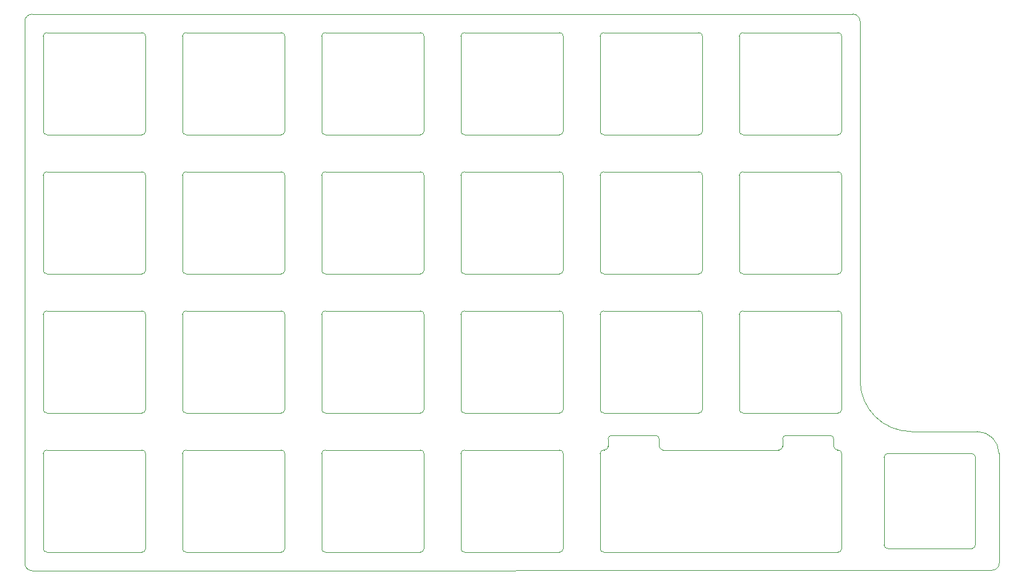
<source format=gm1>
%TF.GenerationSoftware,KiCad,Pcbnew,(5.99.0-13181-gc0a6014114)*%
%TF.CreationDate,2021-11-12T19:15:18+09:00*%
%TF.ProjectId,plate,706c6174-652e-46b6-9963-61645f706362,rev?*%
%TF.SameCoordinates,Original*%
%TF.FileFunction,Profile,NP*%
%FSLAX46Y46*%
G04 Gerber Fmt 4.6, Leading zero omitted, Abs format (unit mm)*
G04 Created by KiCad (PCBNEW (5.99.0-13181-gc0a6014114)) date 2021-11-12 19:15:18*
%MOMM*%
%LPD*%
G01*
G04 APERTURE LIST*
%TA.AperFunction,Profile*%
%ADD10C,0.120000*%
%TD*%
G04 APERTURE END LIST*
D10*
X199585490Y-123825800D02*
X211085490Y-123825800D01*
X199085490Y-136325800D02*
X199085490Y-124325800D01*
X174234970Y-66675519D02*
G75*
G03*
X173734970Y-66175519I-500000J0D01*
G01*
X84534969Y-123325520D02*
X97534969Y-123325520D01*
X141184970Y-85725520D02*
X141184970Y-98725520D01*
X193284970Y-123825519D02*
G75*
G03*
X192784970Y-123325519I-500000J0D01*
G01*
X173734970Y-80175519D02*
G75*
G03*
X174234970Y-79675519I0J500000D01*
G01*
X141684970Y-66175519D02*
X154684969Y-66175519D01*
X192197970Y-121825519D02*
G75*
G03*
X191697970Y-121325519I-500000J0D01*
G01*
X98034969Y-104775519D02*
G75*
G03*
X97534969Y-104275519I-500000J0D01*
G01*
X116584970Y-80175519D02*
G75*
G03*
X117084970Y-79675519I0J500000D01*
G01*
X160734969Y-104275520D02*
X173734970Y-104275520D01*
X122634969Y-123325520D02*
X135634970Y-123325520D01*
X179784970Y-66175519D02*
X192784970Y-66175519D01*
X174234970Y-85725520D02*
G75*
G03*
X173734970Y-85225520I-500000J0D01*
G01*
X122634969Y-137325519D02*
X135634970Y-137325519D01*
X122634969Y-80175519D02*
X135634970Y-80175519D01*
X160734969Y-123325519D02*
X160821970Y-123325519D01*
X103584970Y-137325519D02*
X116584970Y-137325519D01*
X98034969Y-66675519D02*
G75*
G03*
X97534969Y-66175519I-500000J0D01*
G01*
X193284970Y-66675519D02*
X193284970Y-79675519D01*
X160734969Y-85225520D02*
G75*
G03*
X160234969Y-85725520I0J-500000D01*
G01*
X155184969Y-123825520D02*
X155184969Y-136825519D01*
X160234969Y-98725520D02*
G75*
G03*
X160734969Y-99225520I500000J0D01*
G01*
X160234969Y-117775520D02*
G75*
G03*
X160734969Y-118275520I500000J0D01*
G01*
X168321969Y-122825519D02*
X168321969Y-121825519D01*
X174234970Y-66675519D02*
X174234970Y-79675519D01*
X82509970Y-63650520D02*
X194809970Y-63650520D01*
X117084970Y-104775519D02*
X117084970Y-117775520D01*
X117084970Y-66675519D02*
X117084970Y-79675519D01*
X192784970Y-99225520D02*
G75*
G03*
X193284970Y-98725520I0J500000D01*
G01*
X179784970Y-66175519D02*
G75*
G03*
X179284970Y-66675519I0J-500000D01*
G01*
X214810450Y-123800760D02*
G75*
G03*
X211810450Y-120800760I-3000000J0D01*
G01*
X155184969Y-104775519D02*
X155184969Y-117775520D01*
X160234969Y-66675519D02*
X160234969Y-79675519D01*
X81509970Y-138850520D02*
G75*
G03*
X82509970Y-139850520I1000000J0D01*
G01*
X84534969Y-104275519D02*
G75*
G03*
X84034969Y-104775519I0J-500000D01*
G01*
X160734969Y-99225520D02*
X173734970Y-99225520D01*
X103084970Y-123825520D02*
X103084970Y-136825519D01*
X179284970Y-79675519D02*
G75*
G03*
X179784970Y-80175519I500000J0D01*
G01*
X103584970Y-66175519D02*
X116584970Y-66175519D01*
X103584970Y-85225520D02*
X116584970Y-85225520D01*
X122134969Y-117775520D02*
G75*
G03*
X122634969Y-118275520I500000J0D01*
G01*
X168321969Y-122825519D02*
G75*
G03*
X168821969Y-123325519I500000J0D01*
G01*
X173734970Y-118275520D02*
G75*
G03*
X174234970Y-117775520I0J500000D01*
G01*
X193284970Y-104775519D02*
X193284970Y-117775520D01*
X192197970Y-122825519D02*
X192197970Y-121825519D01*
X136134970Y-104775519D02*
G75*
G03*
X135634970Y-104275519I-500000J0D01*
G01*
X179784970Y-85225520D02*
G75*
G03*
X179284970Y-85725520I0J-500000D01*
G01*
X82509970Y-63650520D02*
G75*
G03*
X81509970Y-64650520I0J-1000000D01*
G01*
X199085490Y-136325800D02*
G75*
G03*
X199585490Y-136825800I500000J0D01*
G01*
X135634970Y-137325519D02*
G75*
G03*
X136134970Y-136825519I0J500000D01*
G01*
X160234969Y-79675519D02*
G75*
G03*
X160734969Y-80175519I500000J0D01*
G01*
X84534969Y-104275520D02*
X97534969Y-104275520D01*
X179784970Y-104275519D02*
G75*
G03*
X179284970Y-104775519I0J-500000D01*
G01*
X98034969Y-123825520D02*
G75*
G03*
X97534969Y-123325520I-500000J0D01*
G01*
X185697970Y-121325519D02*
G75*
G03*
X185197970Y-121825519I0J-500000D01*
G01*
X168321969Y-121825519D02*
G75*
G03*
X167821969Y-121325519I-500000J0D01*
G01*
X84534969Y-66175519D02*
X97534969Y-66175519D01*
X122134969Y-79675519D02*
G75*
G03*
X122634969Y-80175519I500000J0D01*
G01*
X193284970Y-85725520D02*
X193284970Y-98725520D01*
X136134970Y-66675519D02*
X136134970Y-79675519D01*
X192784970Y-118275520D02*
G75*
G03*
X193284970Y-117775520I0J500000D01*
G01*
X193284970Y-123825519D02*
X193284970Y-136825519D01*
X202810450Y-120800760D02*
X211810450Y-120800760D01*
X154684969Y-99225520D02*
G75*
G03*
X155184969Y-98725520I0J500000D01*
G01*
X160734969Y-118275520D02*
X173734970Y-118275520D01*
X122634969Y-66175519D02*
X135634970Y-66175519D01*
X174234970Y-104775519D02*
X174234970Y-117775520D01*
X179284970Y-117775520D02*
G75*
G03*
X179784970Y-118275520I500000J0D01*
G01*
X154684969Y-118275520D02*
G75*
G03*
X155184969Y-117775520I0J500000D01*
G01*
X195810450Y-113800760D02*
X195809970Y-64650520D01*
X160234969Y-136825519D02*
G75*
G03*
X160734969Y-137325519I500000J0D01*
G01*
X179284970Y-66675519D02*
X179284970Y-79675519D01*
X141684970Y-104275520D02*
X154684969Y-104275520D01*
X192784970Y-123325519D02*
X192697970Y-123325519D01*
X160734969Y-85225520D02*
X173734970Y-85225520D01*
X179784970Y-99225520D02*
X192784970Y-99225520D01*
X155184969Y-85725520D02*
G75*
G03*
X154684969Y-85225520I-500000J0D01*
G01*
X117084970Y-123825520D02*
X117084970Y-136825519D01*
X98034969Y-123825520D02*
X98034969Y-136825519D01*
X141184970Y-79675519D02*
G75*
G03*
X141684970Y-80175519I500000J0D01*
G01*
X97534969Y-99225520D02*
G75*
G03*
X98034969Y-98725520I0J500000D01*
G01*
X211085490Y-136825800D02*
X199585490Y-136825800D01*
X84034969Y-66675519D02*
X84034969Y-79675519D01*
X82509970Y-139850520D02*
X213860530Y-139800760D01*
X141684970Y-118275520D02*
X154684969Y-118275520D01*
X141684970Y-85225520D02*
X154684969Y-85225520D01*
X122134969Y-98725520D02*
G75*
G03*
X122634969Y-99225520I500000J0D01*
G01*
X84534969Y-66175519D02*
G75*
G03*
X84034969Y-66675519I0J-500000D01*
G01*
X103584970Y-123325520D02*
G75*
G03*
X103084970Y-123825520I0J-500000D01*
G01*
X179784970Y-104275520D02*
X192784970Y-104275520D01*
X141684970Y-80175519D02*
X154684969Y-80175519D01*
X141184970Y-136825519D02*
G75*
G03*
X141684970Y-137325519I500000J0D01*
G01*
X122134969Y-136825519D02*
G75*
G03*
X122634969Y-137325519I500000J0D01*
G01*
X103584970Y-99225520D02*
X116584970Y-99225520D01*
X84034969Y-104775519D02*
X84034969Y-117775520D01*
X103084970Y-104775519D02*
X103084970Y-117775520D01*
X122134970Y-85725520D02*
X122134970Y-98725520D01*
X84534969Y-123325520D02*
G75*
G03*
X84034969Y-123825520I0J-500000D01*
G01*
X136134970Y-66675519D02*
G75*
G03*
X135634970Y-66175519I-500000J0D01*
G01*
X141684970Y-104275519D02*
G75*
G03*
X141184970Y-104775519I0J-500000D01*
G01*
X191697970Y-121325519D02*
X185697970Y-121325519D01*
X141684970Y-137325519D02*
X154684969Y-137325519D01*
X155184969Y-123825520D02*
G75*
G03*
X154684969Y-123325520I-500000J0D01*
G01*
X84534969Y-99225520D02*
X97534969Y-99225520D01*
X84034969Y-79675519D02*
G75*
G03*
X84534969Y-80175519I500000J0D01*
G01*
X160734969Y-66175519D02*
X173734970Y-66175519D01*
X160234969Y-85725520D02*
X160234969Y-98725520D01*
X193284970Y-85725520D02*
G75*
G03*
X192784970Y-85225520I-500000J0D01*
G01*
X141184970Y-98725520D02*
G75*
G03*
X141684970Y-99225520I500000J0D01*
G01*
X211585490Y-124325800D02*
G75*
G03*
X211085490Y-123825800I-500000J0D01*
G01*
X179784970Y-80175519D02*
X192784970Y-80175519D01*
X136134970Y-85725520D02*
X136134970Y-98725520D01*
X122634969Y-85225520D02*
G75*
G03*
X122134969Y-85725520I0J-500000D01*
G01*
X155184969Y-85725520D02*
X155184969Y-98725520D01*
X214810450Y-123800760D02*
X214860530Y-138800760D01*
X97534969Y-80175519D02*
G75*
G03*
X98034969Y-79675519I0J500000D01*
G01*
X117084970Y-85725520D02*
G75*
G03*
X116584970Y-85225520I-500000J0D01*
G01*
X195810450Y-113800760D02*
G75*
G03*
X202810450Y-120800760I7000000J0D01*
G01*
X103584970Y-66175519D02*
G75*
G03*
X103084970Y-66675519I0J-500000D01*
G01*
X122634969Y-66175519D02*
G75*
G03*
X122134969Y-66675519I0J-500000D01*
G01*
X179784970Y-85225520D02*
X192784970Y-85225520D01*
X103084970Y-85725520D02*
X103084970Y-98725520D01*
X103084970Y-66675519D02*
X103084970Y-79675519D01*
X174234970Y-85725520D02*
X174234970Y-98725520D01*
X98034969Y-66675519D02*
X98034969Y-79675519D01*
X84534969Y-137325519D02*
X97534969Y-137325519D01*
X141684970Y-123325520D02*
G75*
G03*
X141184970Y-123825520I0J-500000D01*
G01*
X136134970Y-104775519D02*
X136134970Y-117775520D01*
X160234969Y-123825519D02*
X160234969Y-136825519D01*
X184697970Y-123325519D02*
G75*
G03*
X185197970Y-122825519I0J500000D01*
G01*
X192784970Y-80175519D02*
G75*
G03*
X193284970Y-79675519I0J500000D01*
G01*
X179784970Y-118275520D02*
X192784970Y-118275520D01*
X160234969Y-104775519D02*
X160234969Y-117775520D01*
X199585490Y-123825800D02*
G75*
G03*
X199085490Y-124325800I0J-500000D01*
G01*
X84534969Y-80175519D02*
X97534969Y-80175519D01*
X213860530Y-139800760D02*
G75*
G03*
X214860530Y-138800760I0J1000000D01*
G01*
X122634969Y-104275519D02*
G75*
G03*
X122134969Y-104775519I0J-500000D01*
G01*
X122134970Y-66675519D02*
X122134970Y-79675519D01*
X211085490Y-136825800D02*
G75*
G03*
X211585490Y-136325800I0J500000D01*
G01*
X193284970Y-66675519D02*
G75*
G03*
X192784970Y-66175519I-500000J0D01*
G01*
X154684969Y-80175519D02*
G75*
G03*
X155184969Y-79675519I0J500000D01*
G01*
X160734969Y-104275519D02*
G75*
G03*
X160234969Y-104775519I0J-500000D01*
G01*
X103584970Y-85225520D02*
G75*
G03*
X103084970Y-85725520I0J-500000D01*
G01*
X122634969Y-118275520D02*
X135634970Y-118275520D01*
X161321969Y-122825519D02*
X161321969Y-121825519D01*
X117084970Y-85725520D02*
X117084970Y-98725520D01*
X84034969Y-98725520D02*
G75*
G03*
X84534969Y-99225520I500000J0D01*
G01*
X195809970Y-64650520D02*
G75*
G03*
X194809970Y-63650520I-1000000J0D01*
G01*
X174234970Y-104775519D02*
G75*
G03*
X173734970Y-104275519I-500000J0D01*
G01*
X155184969Y-66675519D02*
G75*
G03*
X154684969Y-66175519I-500000J0D01*
G01*
X84034969Y-117775520D02*
G75*
G03*
X84534969Y-118275520I500000J0D01*
G01*
X193284970Y-104775519D02*
G75*
G03*
X192784970Y-104275519I-500000J0D01*
G01*
X141684970Y-66175519D02*
G75*
G03*
X141184970Y-66675519I0J-500000D01*
G01*
X122634969Y-104275520D02*
X135634970Y-104275520D01*
X179284970Y-104775519D02*
X179284970Y-117775520D01*
X103584970Y-80175519D02*
X116584970Y-80175519D01*
X160734969Y-66175519D02*
G75*
G03*
X160234969Y-66675519I0J-500000D01*
G01*
X116584970Y-99225520D02*
G75*
G03*
X117084970Y-98725520I0J500000D01*
G01*
X122134970Y-123825520D02*
X122134970Y-136825519D01*
X192197970Y-122825519D02*
G75*
G03*
X192697970Y-123325519I500000J0D01*
G01*
X103584970Y-118275520D02*
X116584970Y-118275520D01*
X122634969Y-85225520D02*
X135634970Y-85225520D01*
X97534969Y-118275520D02*
G75*
G03*
X98034969Y-117775520I0J500000D01*
G01*
X84534969Y-85225520D02*
X97534969Y-85225520D01*
X135634970Y-118275520D02*
G75*
G03*
X136134970Y-117775520I0J500000D01*
G01*
X117084970Y-66675519D02*
G75*
G03*
X116584970Y-66175519I-500000J0D01*
G01*
X103084970Y-117775520D02*
G75*
G03*
X103584970Y-118275520I500000J0D01*
G01*
X141684970Y-123325520D02*
X154684969Y-123325520D01*
X117084970Y-104775519D02*
G75*
G03*
X116584970Y-104275519I-500000J0D01*
G01*
X141184970Y-66675519D02*
X141184970Y-79675519D01*
X161821969Y-121325519D02*
G75*
G03*
X161321969Y-121825519I0J-500000D01*
G01*
X103584970Y-104275520D02*
X116584970Y-104275520D01*
X179284970Y-85725520D02*
X179284970Y-98725520D01*
X173734970Y-99225520D02*
G75*
G03*
X174234970Y-98725520I0J500000D01*
G01*
X154684969Y-137325519D02*
G75*
G03*
X155184969Y-136825519I0J500000D01*
G01*
X122634969Y-123325520D02*
G75*
G03*
X122134969Y-123825520I0J-500000D01*
G01*
X84534969Y-85225520D02*
G75*
G03*
X84034969Y-85725520I0J-500000D01*
G01*
X135634970Y-99225520D02*
G75*
G03*
X136134970Y-98725520I0J500000D01*
G01*
X141184970Y-104775519D02*
X141184970Y-117775520D01*
X84034969Y-85725520D02*
X84034969Y-98725520D01*
X116584970Y-118275520D02*
G75*
G03*
X117084970Y-117775520I0J500000D01*
G01*
X97534969Y-137325519D02*
G75*
G03*
X98034969Y-136825519I0J500000D01*
G01*
X103084970Y-136825519D02*
G75*
G03*
X103584970Y-137325519I500000J0D01*
G01*
X160821969Y-123325519D02*
G75*
G03*
X161321969Y-122825519I0J500000D01*
G01*
X211585490Y-124325800D02*
X211585490Y-136325800D01*
X84034969Y-123825520D02*
X84034969Y-136825519D01*
X122634969Y-99225520D02*
X135634970Y-99225520D01*
X160734969Y-123325519D02*
G75*
G03*
X160234969Y-123825519I0J-500000D01*
G01*
X160734969Y-137325519D02*
X192784970Y-137325519D01*
X98034969Y-85725520D02*
X98034969Y-98725520D01*
X116584970Y-137325519D02*
G75*
G03*
X117084970Y-136825519I0J500000D01*
G01*
X136134970Y-123825520D02*
G75*
G03*
X135634970Y-123325520I-500000J0D01*
G01*
X155184969Y-104775519D02*
G75*
G03*
X154684969Y-104275519I-500000J0D01*
G01*
X84034969Y-136825519D02*
G75*
G03*
X84534969Y-137325519I500000J0D01*
G01*
X122134970Y-104775519D02*
X122134970Y-117775520D01*
X135634970Y-80175519D02*
G75*
G03*
X136134970Y-79675519I0J500000D01*
G01*
X98034969Y-85725520D02*
G75*
G03*
X97534969Y-85225520I-500000J0D01*
G01*
X103084970Y-79675519D02*
G75*
G03*
X103584970Y-80175519I500000J0D01*
G01*
X141184970Y-123825520D02*
X141184970Y-136825519D01*
X103584970Y-104275519D02*
G75*
G03*
X103084970Y-104775519I0J-500000D01*
G01*
X167821969Y-121325519D02*
X161821969Y-121325519D01*
X103584970Y-123325520D02*
X116584970Y-123325520D01*
X160734969Y-80175519D02*
X173734970Y-80175519D01*
X168821969Y-123325519D02*
X184697970Y-123325519D01*
X141184970Y-117775520D02*
G75*
G03*
X141684970Y-118275520I500000J0D01*
G01*
X155184969Y-66675519D02*
X155184969Y-79675519D01*
X117084970Y-123825520D02*
G75*
G03*
X116584970Y-123325520I-500000J0D01*
G01*
X98034969Y-104775519D02*
X98034969Y-117775520D01*
X136134970Y-85725520D02*
G75*
G03*
X135634970Y-85225520I-500000J0D01*
G01*
X103084970Y-98725520D02*
G75*
G03*
X103584970Y-99225520I500000J0D01*
G01*
X185197970Y-122825519D02*
X185197970Y-121825519D01*
X81509970Y-64650520D02*
X81509970Y-138850519D01*
X192784970Y-137325519D02*
G75*
G03*
X193284970Y-136825519I0J500000D01*
G01*
X141684970Y-85225520D02*
G75*
G03*
X141184970Y-85725520I0J-500000D01*
G01*
X179284970Y-98725520D02*
G75*
G03*
X179784970Y-99225520I500000J0D01*
G01*
X84534969Y-118275520D02*
X97534969Y-118275520D01*
X136134970Y-123825520D02*
X136134970Y-136825519D01*
X141684970Y-99225520D02*
X154684969Y-99225520D01*
M02*

</source>
